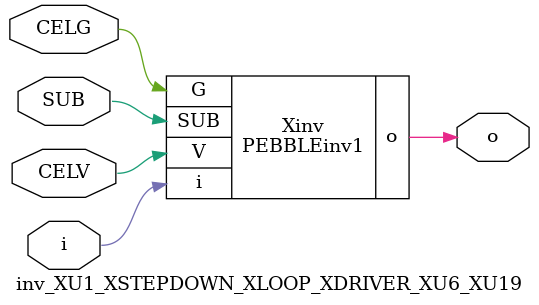
<source format=v>



module PEBBLEinv1 ( o, G, SUB, V, i );

  input V;
  input i;
  input G;
  output o;
  input SUB;
endmodule

//Celera Confidential Do Not Copy inv_XU1_XSTEPDOWN_XLOOP_XDRIVER_XU6_XU19
//Celera Confidential Symbol Generator
//5V Inverter
module inv_XU1_XSTEPDOWN_XLOOP_XDRIVER_XU6_XU19 (CELV,CELG,i,o,SUB);
input CELV;
input CELG;
input i;
input SUB;
output o;

//Celera Confidential Do Not Copy inv
PEBBLEinv1 Xinv(
.V (CELV),
.i (i),
.o (o),
.SUB (SUB),
.G (CELG)
);
//,diesize,PEBBLEinv1

//Celera Confidential Do Not Copy Module End
//Celera Schematic Generator
endmodule

</source>
